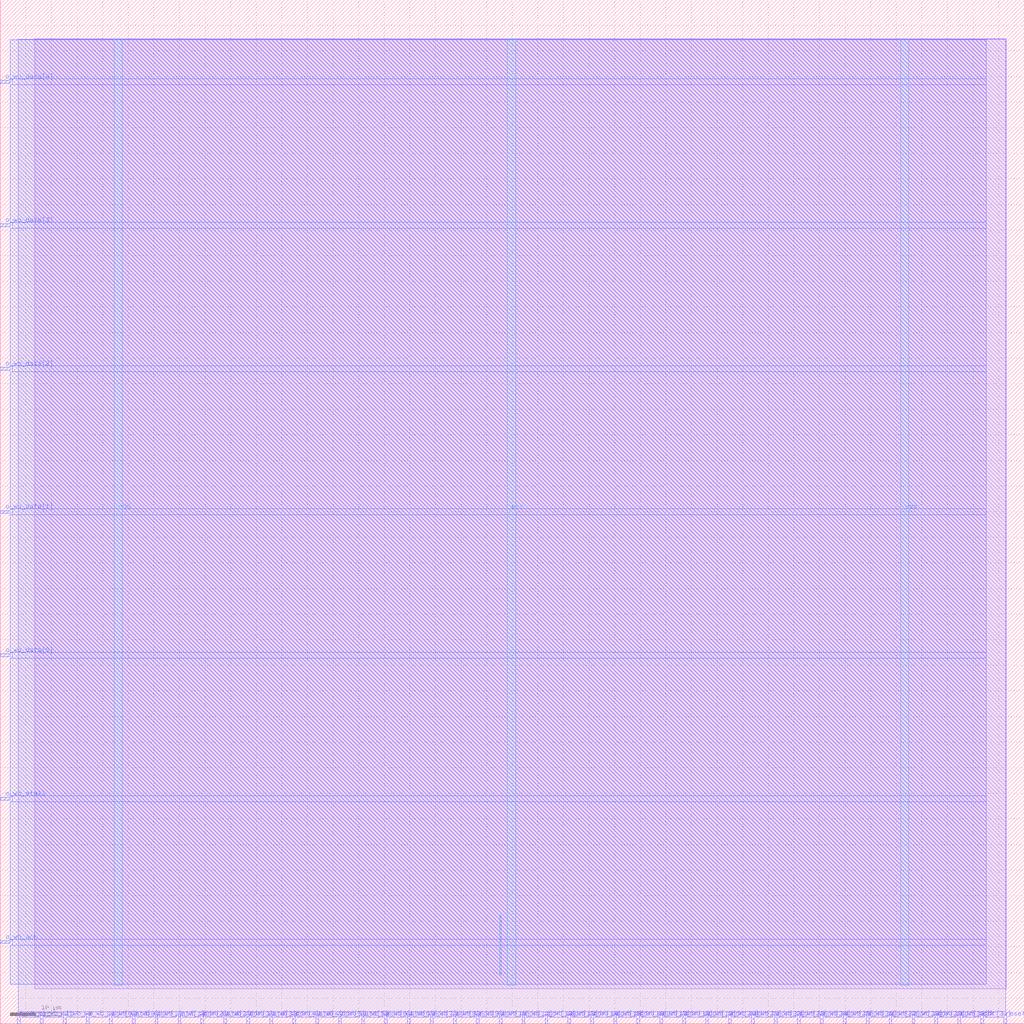
<source format=lef>
VERSION 5.7 ;
  NOWIREEXTENSIONATPIN ON ;
  DIVIDERCHAR "/" ;
  BUSBITCHARS "[]" ;
MACRO DSM_core
  CLASS BLOCK ;
  FOREIGN DSM_core ;
  ORIGIN 0.000 0.000 ;
  SIZE 200.000 BY 200.000 ;
  PIN clk
    DIRECTION INPUT ;
    USE SIGNAL ;
    ANTENNAGATEAREA 4.738000 ;
    ANTENNADIFFAREA 0.410400 ;
    PORT
      LAYER Metal2 ;
        RECT 191.520 0.000 192.080 2.000 ;
    END
  END clk
  PIN i_wb_addr[0]
    DIRECTION INPUT ;
    USE SIGNAL ;
    ANTENNAGATEAREA 0.741000 ;
    ANTENNADIFFAREA 0.410400 ;
    PORT
      LAYER Metal2 ;
        RECT 16.800 0.000 17.360 2.000 ;
    END
  END i_wb_addr[0]
  PIN i_wb_addr[10]
    DIRECTION INPUT ;
    USE SIGNAL ;
    ANTENNAGATEAREA 0.741000 ;
    ANTENNADIFFAREA 0.410400 ;
    PORT
      LAYER Metal2 ;
        RECT 92.960 0.000 93.520 2.000 ;
    END
  END i_wb_addr[10]
  PIN i_wb_addr[11]
    DIRECTION INPUT ;
    USE SIGNAL ;
    ANTENNAGATEAREA 0.741000 ;
    ANTENNADIFFAREA 0.410400 ;
    PORT
      LAYER Metal2 ;
        RECT 97.440 0.000 98.000 2.000 ;
    END
  END i_wb_addr[11]
  PIN i_wb_addr[12]
    DIRECTION INPUT ;
    USE SIGNAL ;
    ANTENNAGATEAREA 0.741000 ;
    ANTENNADIFFAREA 0.410400 ;
    PORT
      LAYER Metal2 ;
        RECT 101.920 0.000 102.480 2.000 ;
    END
  END i_wb_addr[12]
  PIN i_wb_addr[13]
    DIRECTION INPUT ;
    USE SIGNAL ;
    ANTENNAGATEAREA 0.741000 ;
    ANTENNADIFFAREA 0.410400 ;
    PORT
      LAYER Metal2 ;
        RECT 106.400 0.000 106.960 2.000 ;
    END
  END i_wb_addr[13]
  PIN i_wb_addr[14]
    DIRECTION INPUT ;
    USE SIGNAL ;
    ANTENNAGATEAREA 0.741000 ;
    ANTENNADIFFAREA 0.410400 ;
    PORT
      LAYER Metal2 ;
        RECT 110.880 0.000 111.440 2.000 ;
    END
  END i_wb_addr[14]
  PIN i_wb_addr[15]
    DIRECTION INPUT ;
    USE SIGNAL ;
    ANTENNAGATEAREA 0.741000 ;
    ANTENNADIFFAREA 0.410400 ;
    PORT
      LAYER Metal2 ;
        RECT 115.360 0.000 115.920 2.000 ;
    END
  END i_wb_addr[15]
  PIN i_wb_addr[16]
    DIRECTION INPUT ;
    USE SIGNAL ;
    ANTENNAGATEAREA 0.741000 ;
    ANTENNADIFFAREA 0.410400 ;
    PORT
      LAYER Metal2 ;
        RECT 119.840 0.000 120.400 2.000 ;
    END
  END i_wb_addr[16]
  PIN i_wb_addr[17]
    DIRECTION INPUT ;
    USE SIGNAL ;
    ANTENNAGATEAREA 0.741000 ;
    ANTENNADIFFAREA 0.410400 ;
    PORT
      LAYER Metal2 ;
        RECT 124.320 0.000 124.880 2.000 ;
    END
  END i_wb_addr[17]
  PIN i_wb_addr[18]
    DIRECTION INPUT ;
    USE SIGNAL ;
    ANTENNAGATEAREA 0.741000 ;
    ANTENNADIFFAREA 0.410400 ;
    PORT
      LAYER Metal2 ;
        RECT 128.800 0.000 129.360 2.000 ;
    END
  END i_wb_addr[18]
  PIN i_wb_addr[19]
    DIRECTION INPUT ;
    USE SIGNAL ;
    ANTENNAGATEAREA 0.741000 ;
    ANTENNADIFFAREA 0.410400 ;
    PORT
      LAYER Metal2 ;
        RECT 133.280 0.000 133.840 2.000 ;
    END
  END i_wb_addr[19]
  PIN i_wb_addr[1]
    DIRECTION INPUT ;
    USE SIGNAL ;
    ANTENNAGATEAREA 0.741000 ;
    ANTENNADIFFAREA 0.410400 ;
    PORT
      LAYER Metal2 ;
        RECT 25.760 0.000 26.320 2.000 ;
    END
  END i_wb_addr[1]
  PIN i_wb_addr[20]
    DIRECTION INPUT ;
    USE SIGNAL ;
    ANTENNAGATEAREA 0.741000 ;
    ANTENNADIFFAREA 0.410400 ;
    PORT
      LAYER Metal2 ;
        RECT 137.760 0.000 138.320 2.000 ;
    END
  END i_wb_addr[20]
  PIN i_wb_addr[21]
    DIRECTION INPUT ;
    USE SIGNAL ;
    ANTENNAGATEAREA 0.741000 ;
    ANTENNADIFFAREA 0.410400 ;
    PORT
      LAYER Metal2 ;
        RECT 142.240 0.000 142.800 2.000 ;
    END
  END i_wb_addr[21]
  PIN i_wb_addr[22]
    DIRECTION INPUT ;
    USE SIGNAL ;
    ANTENNAGATEAREA 0.741000 ;
    ANTENNADIFFAREA 0.410400 ;
    PORT
      LAYER Metal2 ;
        RECT 146.720 0.000 147.280 2.000 ;
    END
  END i_wb_addr[22]
  PIN i_wb_addr[23]
    DIRECTION INPUT ;
    USE SIGNAL ;
    ANTENNAGATEAREA 0.741000 ;
    ANTENNADIFFAREA 0.410400 ;
    PORT
      LAYER Metal2 ;
        RECT 151.200 0.000 151.760 2.000 ;
    END
  END i_wb_addr[23]
  PIN i_wb_addr[24]
    DIRECTION INPUT ;
    USE SIGNAL ;
    ANTENNAGATEAREA 0.741000 ;
    ANTENNADIFFAREA 0.410400 ;
    PORT
      LAYER Metal2 ;
        RECT 155.680 0.000 156.240 2.000 ;
    END
  END i_wb_addr[24]
  PIN i_wb_addr[25]
    DIRECTION INPUT ;
    USE SIGNAL ;
    ANTENNAGATEAREA 0.741000 ;
    ANTENNADIFFAREA 0.410400 ;
    PORT
      LAYER Metal2 ;
        RECT 160.160 0.000 160.720 2.000 ;
    END
  END i_wb_addr[25]
  PIN i_wb_addr[26]
    DIRECTION INPUT ;
    USE SIGNAL ;
    ANTENNAGATEAREA 0.741000 ;
    ANTENNADIFFAREA 0.410400 ;
    PORT
      LAYER Metal2 ;
        RECT 164.640 0.000 165.200 2.000 ;
    END
  END i_wb_addr[26]
  PIN i_wb_addr[27]
    DIRECTION INPUT ;
    USE SIGNAL ;
    ANTENNAGATEAREA 0.741000 ;
    ANTENNADIFFAREA 0.410400 ;
    PORT
      LAYER Metal2 ;
        RECT 169.120 0.000 169.680 2.000 ;
    END
  END i_wb_addr[27]
  PIN i_wb_addr[28]
    DIRECTION INPUT ;
    USE SIGNAL ;
    ANTENNAGATEAREA 0.741000 ;
    ANTENNADIFFAREA 0.410400 ;
    PORT
      LAYER Metal2 ;
        RECT 173.600 0.000 174.160 2.000 ;
    END
  END i_wb_addr[28]
  PIN i_wb_addr[29]
    DIRECTION INPUT ;
    USE SIGNAL ;
    ANTENNAGATEAREA 0.741000 ;
    ANTENNADIFFAREA 0.410400 ;
    PORT
      LAYER Metal2 ;
        RECT 178.080 0.000 178.640 2.000 ;
    END
  END i_wb_addr[29]
  PIN i_wb_addr[2]
    DIRECTION INPUT ;
    USE SIGNAL ;
    ANTENNAGATEAREA 0.741000 ;
    ANTENNADIFFAREA 0.410400 ;
    PORT
      LAYER Metal2 ;
        RECT 34.720 0.000 35.280 2.000 ;
    END
  END i_wb_addr[2]
  PIN i_wb_addr[30]
    DIRECTION INPUT ;
    USE SIGNAL ;
    ANTENNAGATEAREA 0.741000 ;
    ANTENNADIFFAREA 0.410400 ;
    PORT
      LAYER Metal2 ;
        RECT 182.560 0.000 183.120 2.000 ;
    END
  END i_wb_addr[30]
  PIN i_wb_addr[31]
    DIRECTION INPUT ;
    USE SIGNAL ;
    ANTENNAGATEAREA 0.741000 ;
    ANTENNADIFFAREA 0.410400 ;
    PORT
      LAYER Metal2 ;
        RECT 187.040 0.000 187.600 2.000 ;
    END
  END i_wb_addr[31]
  PIN i_wb_addr[3]
    DIRECTION INPUT ;
    USE SIGNAL ;
    ANTENNAGATEAREA 0.741000 ;
    ANTENNADIFFAREA 0.410400 ;
    PORT
      LAYER Metal2 ;
        RECT 43.680 0.000 44.240 2.000 ;
    END
  END i_wb_addr[3]
  PIN i_wb_addr[4]
    DIRECTION INPUT ;
    USE SIGNAL ;
    ANTENNAGATEAREA 0.741000 ;
    ANTENNADIFFAREA 0.410400 ;
    PORT
      LAYER Metal2 ;
        RECT 52.640 0.000 53.200 2.000 ;
    END
  END i_wb_addr[4]
  PIN i_wb_addr[5]
    DIRECTION INPUT ;
    USE SIGNAL ;
    ANTENNAGATEAREA 0.741000 ;
    ANTENNADIFFAREA 0.410400 ;
    PORT
      LAYER Metal2 ;
        RECT 61.600 0.000 62.160 2.000 ;
    END
  END i_wb_addr[5]
  PIN i_wb_addr[6]
    DIRECTION INPUT ;
    USE SIGNAL ;
    ANTENNAGATEAREA 0.741000 ;
    ANTENNADIFFAREA 0.410400 ;
    PORT
      LAYER Metal2 ;
        RECT 70.560 0.000 71.120 2.000 ;
    END
  END i_wb_addr[6]
  PIN i_wb_addr[7]
    DIRECTION INPUT ;
    USE SIGNAL ;
    ANTENNAGATEAREA 0.741000 ;
    ANTENNADIFFAREA 0.410400 ;
    PORT
      LAYER Metal2 ;
        RECT 79.520 0.000 80.080 2.000 ;
    END
  END i_wb_addr[7]
  PIN i_wb_addr[8]
    DIRECTION INPUT ;
    USE SIGNAL ;
    ANTENNAGATEAREA 0.741000 ;
    ANTENNADIFFAREA 0.410400 ;
    PORT
      LAYER Metal2 ;
        RECT 84.000 0.000 84.560 2.000 ;
    END
  END i_wb_addr[8]
  PIN i_wb_addr[9]
    DIRECTION INPUT ;
    USE SIGNAL ;
    ANTENNAGATEAREA 0.741000 ;
    ANTENNADIFFAREA 0.410400 ;
    PORT
      LAYER Metal2 ;
        RECT 88.480 0.000 89.040 2.000 ;
    END
  END i_wb_addr[9]
  PIN i_wb_cyc
    DIRECTION INPUT ;
    USE SIGNAL ;
    ANTENNAGATEAREA 0.498500 ;
    ANTENNADIFFAREA 0.410400 ;
    PORT
      LAYER Metal2 ;
        RECT 3.360 0.000 3.920 2.000 ;
    END
  END i_wb_cyc
  PIN i_wb_data[0]
    DIRECTION INPUT ;
    USE SIGNAL ;
    ANTENNAGATEAREA 0.741000 ;
    ANTENNADIFFAREA 0.410400 ;
    PORT
      LAYER Metal2 ;
        RECT 21.280 0.000 21.840 2.000 ;
    END
  END i_wb_data[0]
  PIN i_wb_data[1]
    DIRECTION INPUT ;
    USE SIGNAL ;
    ANTENNAGATEAREA 0.741000 ;
    ANTENNADIFFAREA 0.410400 ;
    PORT
      LAYER Metal2 ;
        RECT 30.240 0.000 30.800 2.000 ;
    END
  END i_wb_data[1]
  PIN i_wb_data[2]
    DIRECTION INPUT ;
    USE SIGNAL ;
    ANTENNAGATEAREA 0.741000 ;
    ANTENNADIFFAREA 0.410400 ;
    PORT
      LAYER Metal2 ;
        RECT 39.200 0.000 39.760 2.000 ;
    END
  END i_wb_data[2]
  PIN i_wb_data[3]
    DIRECTION INPUT ;
    USE SIGNAL ;
    ANTENNAGATEAREA 0.741000 ;
    ANTENNADIFFAREA 0.410400 ;
    PORT
      LAYER Metal2 ;
        RECT 48.160 0.000 48.720 2.000 ;
    END
  END i_wb_data[3]
  PIN i_wb_data[4]
    DIRECTION INPUT ;
    USE SIGNAL ;
    ANTENNAGATEAREA 0.741000 ;
    ANTENNADIFFAREA 0.410400 ;
    PORT
      LAYER Metal2 ;
        RECT 57.120 0.000 57.680 2.000 ;
    END
  END i_wb_data[4]
  PIN i_wb_data[5]
    DIRECTION INPUT ;
    USE SIGNAL ;
    ANTENNAGATEAREA 0.741000 ;
    ANTENNADIFFAREA 0.410400 ;
    PORT
      LAYER Metal2 ;
        RECT 66.080 0.000 66.640 2.000 ;
    END
  END i_wb_data[5]
  PIN i_wb_data[6]
    DIRECTION INPUT ;
    USE SIGNAL ;
    ANTENNAGATEAREA 0.741000 ;
    ANTENNADIFFAREA 0.410400 ;
    PORT
      LAYER Metal2 ;
        RECT 75.040 0.000 75.600 2.000 ;
    END
  END i_wb_data[6]
  PIN i_wb_stb
    DIRECTION INPUT ;
    USE SIGNAL ;
    ANTENNAGATEAREA 0.726000 ;
    ANTENNADIFFAREA 0.410400 ;
    PORT
      LAYER Metal2 ;
        RECT 7.840 0.000 8.400 2.000 ;
    END
  END i_wb_stb
  PIN i_wb_we
    DIRECTION INPUT ;
    USE SIGNAL ;
    ANTENNAGATEAREA 0.741000 ;
    ANTENNADIFFAREA 0.410400 ;
    PORT
      LAYER Metal2 ;
        RECT 12.320 0.000 12.880 2.000 ;
    END
  END i_wb_we
  PIN o_wb_ack
    DIRECTION OUTPUT TRISTATE ;
    USE SIGNAL ;
    ANTENNADIFFAREA 2.604400 ;
    PORT
      LAYER Metal3 ;
        RECT 0.000 15.680 2.000 16.240 ;
    END
  END o_wb_ack
  PIN o_wb_data[0]
    DIRECTION OUTPUT TRISTATE ;
    USE SIGNAL ;
    ANTENNAGATEAREA 1.057000 ;
    ANTENNADIFFAREA 2.604400 ;
    PORT
      LAYER Metal3 ;
        RECT 0.000 71.680 2.000 72.240 ;
    END
  END o_wb_data[0]
  PIN o_wb_data[1]
    DIRECTION OUTPUT TRISTATE ;
    USE SIGNAL ;
    ANTENNAGATEAREA 1.057000 ;
    ANTENNADIFFAREA 2.604400 ;
    PORT
      LAYER Metal3 ;
        RECT 0.000 99.680 2.000 100.240 ;
    END
  END o_wb_data[1]
  PIN o_wb_data[2]
    DIRECTION OUTPUT TRISTATE ;
    USE SIGNAL ;
    ANTENNAGATEAREA 1.057000 ;
    ANTENNADIFFAREA 2.604400 ;
    PORT
      LAYER Metal3 ;
        RECT 0.000 127.680 2.000 128.240 ;
    END
  END o_wb_data[2]
  PIN o_wb_data[3]
    DIRECTION OUTPUT TRISTATE ;
    USE SIGNAL ;
    ANTENNAGATEAREA 1.057000 ;
    ANTENNADIFFAREA 2.604400 ;
    PORT
      LAYER Metal3 ;
        RECT 0.000 155.680 2.000 156.240 ;
    END
  END o_wb_data[3]
  PIN o_wb_data[4]
    DIRECTION OUTPUT TRISTATE ;
    USE SIGNAL ;
    ANTENNAGATEAREA 1.057000 ;
    ANTENNADIFFAREA 2.604400 ;
    PORT
      LAYER Metal3 ;
        RECT 0.000 183.680 2.000 184.240 ;
    END
  END o_wb_data[4]
  PIN o_wb_stall
    DIRECTION OUTPUT TRISTATE ;
    USE SIGNAL ;
    ANTENNADIFFAREA 0.360800 ;
    PORT
      LAYER Metal3 ;
        RECT 0.000 43.680 2.000 44.240 ;
    END
  END o_wb_stall
  PIN reset
    DIRECTION INPUT ;
    USE SIGNAL ;
    ANTENNAGATEAREA 2.204000 ;
    ANTENNADIFFAREA 0.410400 ;
    PORT
      LAYER Metal2 ;
        RECT 196.000 0.000 196.560 2.000 ;
    END
  END reset
  PIN vdd
    DIRECTION INOUT ;
    USE POWER ;
    PORT
      LAYER Metal4 ;
        RECT 22.240 7.540 23.840 192.380 ;
    END
    PORT
      LAYER Metal4 ;
        RECT 175.840 7.540 177.440 192.380 ;
    END
  END vdd
  PIN vss
    DIRECTION INOUT ;
    USE GROUND ;
    PORT
      LAYER Metal4 ;
        RECT 99.040 7.540 100.640 192.380 ;
    END
  END vss
  OBS
      LAYER Metal1 ;
        RECT 6.720 6.870 196.470 192.380 ;
      LAYER Metal2 ;
        RECT 3.500 2.300 196.420 192.270 ;
        RECT 4.220 1.260 7.540 2.300 ;
        RECT 8.700 1.260 12.020 2.300 ;
        RECT 13.180 1.260 16.500 2.300 ;
        RECT 17.660 1.260 20.980 2.300 ;
        RECT 22.140 1.260 25.460 2.300 ;
        RECT 26.620 1.260 29.940 2.300 ;
        RECT 31.100 1.260 34.420 2.300 ;
        RECT 35.580 1.260 38.900 2.300 ;
        RECT 40.060 1.260 43.380 2.300 ;
        RECT 44.540 1.260 47.860 2.300 ;
        RECT 49.020 1.260 52.340 2.300 ;
        RECT 53.500 1.260 56.820 2.300 ;
        RECT 57.980 1.260 61.300 2.300 ;
        RECT 62.460 1.260 65.780 2.300 ;
        RECT 66.940 1.260 70.260 2.300 ;
        RECT 71.420 1.260 74.740 2.300 ;
        RECT 75.900 1.260 79.220 2.300 ;
        RECT 80.380 1.260 83.700 2.300 ;
        RECT 84.860 1.260 88.180 2.300 ;
        RECT 89.340 1.260 92.660 2.300 ;
        RECT 93.820 1.260 97.140 2.300 ;
        RECT 98.300 1.260 101.620 2.300 ;
        RECT 102.780 1.260 106.100 2.300 ;
        RECT 107.260 1.260 110.580 2.300 ;
        RECT 111.740 1.260 115.060 2.300 ;
        RECT 116.220 1.260 119.540 2.300 ;
        RECT 120.700 1.260 124.020 2.300 ;
        RECT 125.180 1.260 128.500 2.300 ;
        RECT 129.660 1.260 132.980 2.300 ;
        RECT 134.140 1.260 137.460 2.300 ;
        RECT 138.620 1.260 141.940 2.300 ;
        RECT 143.100 1.260 146.420 2.300 ;
        RECT 147.580 1.260 150.900 2.300 ;
        RECT 152.060 1.260 155.380 2.300 ;
        RECT 156.540 1.260 159.860 2.300 ;
        RECT 161.020 1.260 164.340 2.300 ;
        RECT 165.500 1.260 168.820 2.300 ;
        RECT 169.980 1.260 173.300 2.300 ;
        RECT 174.460 1.260 177.780 2.300 ;
        RECT 178.940 1.260 182.260 2.300 ;
        RECT 183.420 1.260 186.740 2.300 ;
        RECT 187.900 1.260 191.220 2.300 ;
        RECT 192.380 1.260 195.700 2.300 ;
      LAYER Metal3 ;
        RECT 2.000 184.540 192.550 192.220 ;
        RECT 2.300 183.380 192.550 184.540 ;
        RECT 2.000 156.540 192.550 183.380 ;
        RECT 2.300 155.380 192.550 156.540 ;
        RECT 2.000 128.540 192.550 155.380 ;
        RECT 2.300 127.380 192.550 128.540 ;
        RECT 2.000 100.540 192.550 127.380 ;
        RECT 2.300 99.380 192.550 100.540 ;
        RECT 2.000 72.540 192.550 99.380 ;
        RECT 2.300 71.380 192.550 72.540 ;
        RECT 2.000 44.540 192.550 71.380 ;
        RECT 2.300 43.380 192.550 44.540 ;
        RECT 2.000 16.540 192.550 43.380 ;
        RECT 2.300 15.380 192.550 16.540 ;
        RECT 2.000 7.700 192.550 15.380 ;
      LAYER Metal4 ;
        RECT 97.580 9.610 97.860 21.190 ;
  END
END DSM_core
END LIBRARY


</source>
